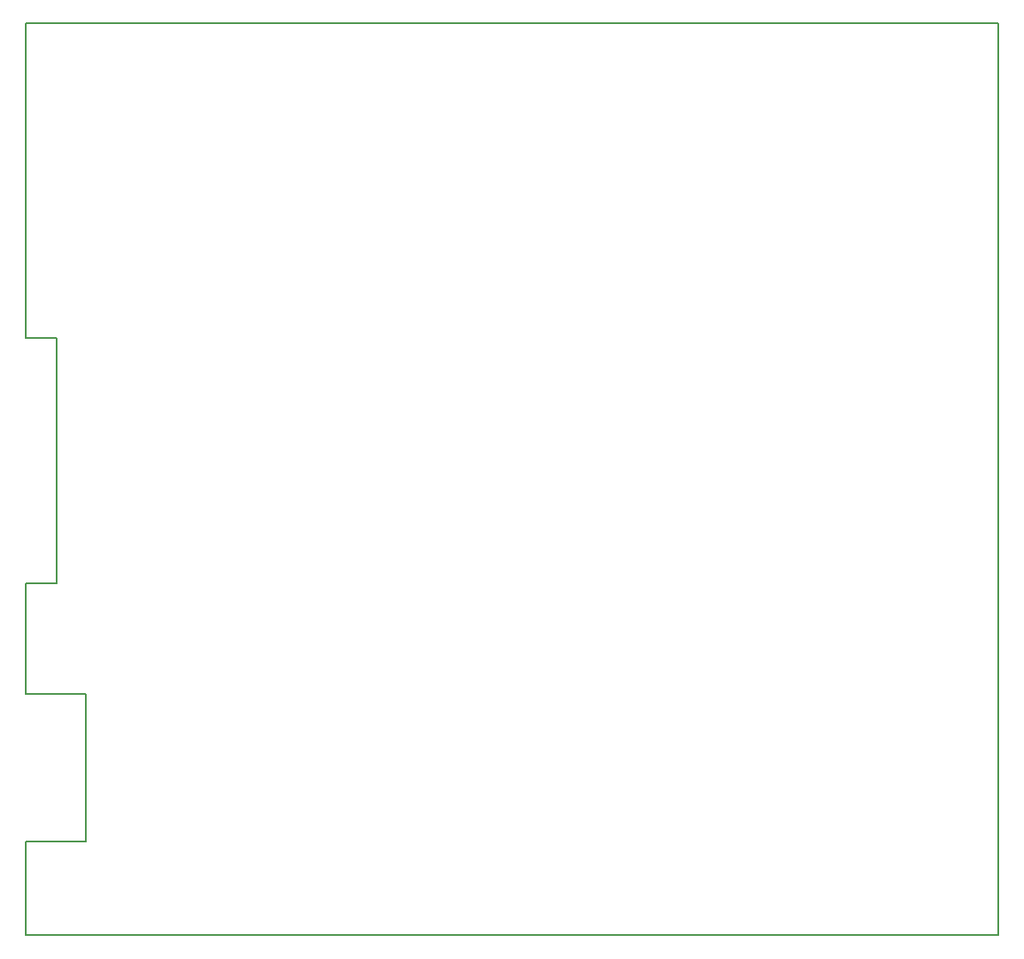
<source format=gm1>
G04 #@! TF.GenerationSoftware,KiCad,Pcbnew,(6.0.2)*
G04 #@! TF.CreationDate,2022-05-04T12:59:18-06:00*
G04 #@! TF.ProjectId,master_schematic,6d617374-6572-45f7-9363-68656d617469,rev?*
G04 #@! TF.SameCoordinates,Original*
G04 #@! TF.FileFunction,Profile,NP*
%FSLAX46Y46*%
G04 Gerber Fmt 4.6, Leading zero omitted, Abs format (unit mm)*
G04 Created by KiCad (PCBNEW (6.0.2)) date 2022-05-04 12:59:18*
%MOMM*%
%LPD*%
G01*
G04 APERTURE LIST*
G04 #@! TA.AperFunction,Profile*
%ADD10C,0.200000*%
G04 #@! TD*
G04 APERTURE END LIST*
D10*
X37592000Y-136600000D02*
X43592000Y-136600000D01*
X37592000Y-122075000D02*
X37592000Y-111170000D01*
X40640000Y-86950000D02*
X40640000Y-111170000D01*
X37592000Y-86950000D02*
X37592000Y-55880000D01*
X133592000Y-55880000D02*
X133592000Y-145880000D01*
X37592000Y-145880000D02*
X133592000Y-145880000D01*
X37592000Y-122075000D02*
X43592000Y-122075000D01*
X43592000Y-122075000D02*
X43592000Y-136600000D01*
X37592000Y-111170000D02*
X40640000Y-111170000D01*
X37592000Y-86950000D02*
X40640000Y-86950000D01*
X37592000Y-55880000D02*
X133592000Y-55880000D01*
X37592000Y-145880000D02*
X37592000Y-136600000D01*
M02*

</source>
